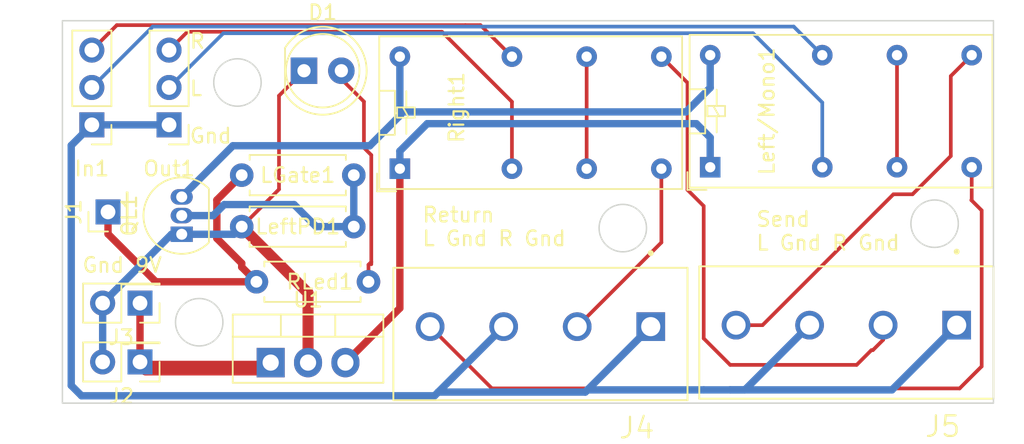
<source format=kicad_pcb>
(kicad_pcb (version 20221018) (generator pcbnew)
  (layers (0 "F.Cu" signal) (31 "B.Cu" signal) (34 "B.Paste" user) (35 "F.Paste" user) (36 "B.SilkS" user "B.Silkscreen") (37 "F.SilkS" user "F.Silkscreen") (38 "B.Mask" user) (39 "F.Mask" user) (44 "Edge.Cuts" user))
  (net 0 "")
  (net 1 "/Control")
  (net 2 "/9V")
  (net 3 "/Ctrl_GND")
  (net 4 "Net-(D1-A)")
  (net 5 "/R_in")
  (net 6 "/L_in")
  (net 7 "/Signal_Gnd")
  (net 8 "/R_out")
  (net 9 "/R_Return")
  (net 10 "/R_send")
  (net 11 "/5V")
  (net 12 "/L_out")
  (net 13 "/L_Return")
  (net 14 "/L_Send")
  (net 15 "Net-(Left/Mono1-Pad11)")
  (net 16 "Net-(Right1-Pad11)")
  (net 17 "Net-(QL1-D)")
  (net 18 "Net-(QL1-G)")
  (footprint "Resistor_THT:R_Axial_DIN0207_L6.3mm_D2.5mm_P7.62mm_Horizontal" (layer "F.Cu") (at 142.81 91 180)
    (fp_text reference "LeftPD1" (at 3.81 0 180) (layer "F.SilkS"))
    (fp_text value "R")
    (fp_line (start 0.54 -1.37) (end 7.08 -1.37) (stroke (width 0.12)) (layer "F.SilkS"))
    (fp_line (start 0.54 -1.04) (end 0.54 -1.37) (stroke (width 0.12)) (layer "F.SilkS"))
    (fp_line (start 0.54 1.04) (end 0.54 1.37) (stroke (width 0.12)) (layer "F.SilkS"))
    (fp_line (start 0.54 1.37) (end 7.08 1.37) (stroke (width 0.12)) (layer "F.SilkS"))
    (fp_line (start 7.08 -1.37) (end 7.08 -1.04) (stroke (width 0.12)) (layer "F.SilkS"))
    (fp_line (start 7.08 1.37) (end 7.08 1.04) (stroke (width 0.12)) (layer "F.SilkS"))
    (pad "1" thru_hole circle (at 0 0 180) (size 1.6 1.6) (drill 0.8) (layers "*.Cu" "*.Mask") (net 18 "Net-(QL1-G)"))
    (pad "2" thru_hole oval (at 7.62 0 180) (size 1.6 1.6) (drill 0.8) (layers "*.Cu" "*.Mask") (net 3 "/Ctrl_GND"))
  )
  (footprint "Package_TO_SOT_THT:TO-92_Inline" (layer "F.Cu") (at 131.11 91.52 90)
    (fp_text reference "QL1" (at 1.27 -3.56 90) (layer "F.SilkS"))
    (fp_text value "2N7000")
    (fp_line (start -0.53 1.85) (end 3.07 1.85) (stroke (width 0.12)) (layer "F.SilkS"))
    (fp_arc (start -0.568478 1.838478) (mid -1.132087 -0.994977) (end 1.27 -2.6) (stroke (width 0.12)) (layer "F.SilkS"))
    (fp_arc (start 1.27 -2.6) (mid 3.672087 -0.994977) (end 3.108478 1.838478) (stroke (width 0.12)) (layer "F.SilkS"))
    (pad "1" thru_hole rect (at 0 0 90) (size 1.05 1.5) (drill 0.75) (layers "*.Cu" "*.Mask") (net 3 "/Ctrl_GND"))
    (pad "2" thru_hole oval (at 1.27 0 90) (size 1.05 1.5) (drill 0.75) (layers "*.Cu" "*.Mask") (net 18 "Net-(QL1-G)"))
    (pad "3" thru_hole oval (at 2.54 0 90) (size 1.05 1.5) (drill 0.75) (layers "*.Cu" "*.Mask") (net 17 "Net-(QL1-D)"))
  )
  (footprint "TB001_500_04BE:CUI_TB001-500-04BE" (layer "F.Cu") (at 183.8 97.7 180)
    (fp_text reference "J5" (at 0.945 -6.889) (layer "F.SilkS") (effects (font (size 1.4 1.4))))
    (fp_text value "Screw_Terminal_01x04")
    (fp_line (start -2.5 -5) (end 17.5 -5) (stroke (width 0.127)) (layer "F.SilkS"))
    (fp_line (start -2.5 4) (end -2.5 -5) (stroke (width 0.127)) (layer "F.SilkS"))
    (fp_line (start 17.5 -5) (end 17.5 4) (stroke (width 0.127)) (layer "F.SilkS"))
    (fp_line (start 17.5 4) (end -2.5 4) (stroke (width 0.127)) (layer "F.SilkS"))
    (fp_circle (center 0 5) (end 0.1 5) (stroke (width 0.2)) (fill none) (layer "F.SilkS"))
    (pad "1" thru_hole rect (at 0 0 180) (size 1.95 1.95) (drill 1.3) (layers "*.Cu" "*.Mask") (net 7 "/Signal_Gnd"))
    (pad "2" thru_hole circle (at 5 0 180) (size 1.95 1.95) (drill 1.3) (layers "*.Cu" "*.Mask") (net 10 "/R_send"))
    (pad "3" thru_hole circle (at 10 0 180) (size 1.95 1.95) (drill 1.3) (layers "*.Cu" "*.Mask") (net 7 "/Signal_Gnd"))
    (pad "4" thru_hole circle (at 15 0 180) (size 1.95 1.95) (drill 1.3) (layers "*.Cu" "*.Mask") (net 14 "/L_Send"))
  )
  (footprint "LED_THT:LED_D5.0mm" (layer "F.Cu") (at 139.425 80.4)
    (fp_text reference "D1" (at 1.27 -3.96) (layer "F.SilkS"))
    (fp_text value "LED")
    (fp_line (start -1.29 -1.545) (end -1.29 1.545) (stroke (width 0.12)) (layer "F.SilkS"))
    (fp_arc (start -1.29 -1.54483) (mid 2.072002 -2.880433) (end 4.26 0.000462) (stroke (width 0.12)) (layer "F.SilkS"))
    (fp_arc (start 4.26 -0.000462) (mid 2.072002 2.880433) (end -1.29 1.54483) (stroke (width 0.12)) (layer "F.SilkS"))
    (fp_circle (center 1.27 0) (end 3.77 0) (stroke (width 0.12)) (fill none) (layer "F.SilkS"))
    (pad "1" thru_hole rect (at 0 0) (size 1.8 1.8) (drill 0.9) (layers "*.Cu" "*.Mask") (net 3 "/Ctrl_GND"))
    (pad "2" thru_hole circle (at 2.54 0) (size 1.8 1.8) (drill 0.9) (layers "*.Cu" "*.Mask") (net 4 "Net-(D1-A)"))
  )
  (footprint "Connector_PinHeader_2.54mm:PinHeader_2x01_P2.54mm_Vertical" (layer "F.Cu") (at 128.275 96.2 180)
    (fp_text reference "J3" (at 1.27 -2.33) (layer "F.SilkS"))
    (fp_text value "Conn_01x02_Pin")
    (fp_line (start -1.33 -1.33) (end 0 -1.33) (stroke (width 0.12)) (layer "F.SilkS"))
    (fp_line (start -1.33 0) (end -1.33 -1.33) (stroke (width 0.12)) (layer "F.SilkS"))
    (fp_line (start -1.33 1.27) (end -1.33 1.33) (stroke (width 0.12)) (layer "F.SilkS"))
    (fp_line (start -1.33 1.27) (end 1.27 1.27) (stroke (width 0.12)) (layer "F.SilkS"))
    (fp_line (start -1.33 1.33) (end 3.87 1.33) (stroke (width 0.12)) (layer "F.SilkS"))
    (fp_line (start 1.27 -1.33) (end 3.87 -1.33) (stroke (width 0.12)) (layer "F.SilkS"))
    (fp_line (start 1.27 1.27) (end 1.27 -1.33) (stroke (width 0.12)) (layer "F.SilkS"))
    (fp_line (start 3.87 -1.33) (end 3.87 1.33) (stroke (width 0.12)) (layer "F.SilkS"))
    (pad "1" thru_hole rect (at 0 0 180) (size 1.7 1.7) (drill 1) (layers "*.Cu" "*.Mask") (net 2 "/9V"))
    (pad "2" thru_hole oval (at 2.54 0 180) (size 1.7 1.7) (drill 1) (layers "*.Cu" "*.Mask") (net 3 "/Ctrl_GND"))
  )
  (footprint "Relay_THT:Relay_DPDT_Omron_G5V-2" (layer "F.Cu") (at 145.9425 87.0625 90)
    (fp_text reference "Right1" (at 4.1625 3.8575 90) (layer "F.SilkS"))
    (fp_text value "G5V-2")
    (fp_line (start -1.54 -1.55) (end -0.33 -1.55) (stroke (width 0.12)) (layer "F.SilkS"))
    (fp_line (start -1.54 -0.25) (end -1.54 -1.55) (stroke (width 0.12)) (layer "F.SilkS"))
    (fp_line (start -1.38 -1.4) (end -1.38 19.19) (stroke (width 0.12)) (layer "F.SilkS"))
    (fp_line (start -1.38 19.19) (end 9 19.19) (stroke (width 0.12)) (layer "F.SilkS"))
    (fp_line (start 2.3 -1.4) (end 2.3 -0.36) (stroke (width 0.12)) (layer "F.SilkS"))
    (fp_line (start 2.3 -0.34) (end 5.3 -0.34) (stroke (width 0.12)) (layer "F.SilkS"))
    (fp_line (start 3.47 -0.19) (end 3.47 1.01) (stroke (width 0.12)) (layer "F.SilkS"))
    (fp_line (start 3.47 0.44) (end 2.37 0.44) (stroke (width 0.12)) (layer "F.SilkS"))
    (fp_line (start 3.47 0.61) (end 4.17 0.21) (stroke (width 0.12)) (layer "F.SilkS"))
    (fp_line (start 3.47 1.01) (end 4.17 1.01) (stroke (width 0.12)) (layer "F.SilkS"))
    (fp_line (start 4.17 -0.19) (end 3.47 -0.19) (stroke (width 0.12)) (layer "F.SilkS"))
    (fp_line (start 4.17 0.44) (end 5.27 0.44) (stroke (width 0.12)) (layer "F.SilkS"))
    (fp_line (start 4.17 1.01) (end 4.17 -0.19) (stroke (width 0.12)) (layer "F.SilkS"))
    (fp_line (start 5.3 -0.34) (end 5.3 -1.4) (stroke (width 0.12)) (layer "F.SilkS"))
    (fp_line (start 9 -1.4) (end -1.38 -1.4) (stroke (width 0.12)) (layer "F.SilkS"))
    (fp_line (start 9 19.19) (end 9 -1.4) (stroke (width 0.12)) (layer "F.SilkS"))
    (pad "1" thru_hole rect (at 0 0 90) (size 1.4 1.4) (drill 0.7) (layers "*.Cu" "*.Mask") (net 11 "/5V"))
    (pad "4" thru_hole circle (at 0 7.62 90) (size 1.4 1.4) (drill 0.7) (layers "*.Cu" "*.Mask") (net 8 "/R_out"))
    (pad "6" thru_hole circle (at 0 12.7 90) (size 1.4 1.4) (drill 0.7) (layers "*.Cu" "*.Mask") (net 16 "Net-(Right1-Pad11)"))
    (pad "8" thru_hole circle (at 0 17.78 90) (size 1.4 1.4) (drill 0.7) (layers "*.Cu" "*.Mask") (net 9 "/R_Return"))
    (pad "9" thru_hole circle (at 7.62 17.78 90) (size 1.4 1.4) (drill 0.7) (layers "*.Cu" "*.Mask") (net 10 "/R_send"))
    (pad "11" thru_hole circle (at 7.62 12.7 90) (size 1.4 1.4) (drill 0.7) (layers "*.Cu" "*.Mask") (net 16 "Net-(Right1-Pad11)"))
    (pad "13" thru_hole circle (at 7.62 7.62 90) (size 1.4 1.4) (drill 0.7) (layers "*.Cu" "*.Mask") (net 5 "/R_in"))
    (pad "16" thru_hole circle (at 7.62 0 90) (size 1.4 1.4) (drill 0.7) (layers "*.Cu" "*.Mask") (net 17 "Net-(QL1-D)"))
  )
  (footprint "Resistor_THT:R_Axial_DIN0207_L6.3mm_D2.5mm_P7.62mm_Horizontal" (layer "F.Cu") (at 136.19 94.75)
    (fp_text reference "RLed1" (at 4.31 0) (layer "F.SilkS"))
    (fp_text value "100")
    (fp_line (start 0.54 -1.37) (end 7.08 -1.37) (stroke (width 0.12)) (layer "F.SilkS"))
    (fp_line (start 0.54 -1.04) (end 0.54 -1.37) (stroke (width 0.12)) (layer "F.SilkS"))
    (fp_line (start 0.54 1.04) (end 0.54 1.37) (stroke (width 0.12)) (layer "F.SilkS"))
    (fp_line (start 0.54 1.37) (end 7.08 1.37) (stroke (width 0.12)) (layer "F.SilkS"))
    (fp_line (start 7.08 -1.37) (end 7.08 -1.04) (stroke (width 0.12)) (layer "F.SilkS"))
    (fp_line (start 7.08 1.37) (end 7.08 1.04) (stroke (width 0.12)) (layer "F.SilkS"))
    (pad "1" thru_hole circle (at 0 0) (size 1.6 1.6) (drill 0.8) (layers "*.Cu" "*.Mask") (net 1 "/Control"))
    (pad "2" thru_hole oval (at 7.62 0) (size 1.6 1.6) (drill 0.8) (layers "*.Cu" "*.Mask") (net 4 "Net-(D1-A)"))
  )
  (footprint "Relay_THT:Relay_DPDT_Omron_G5V-2" (layer "F.Cu") (at 167.0425 86.9625 90)
    (fp_text reference "Left/Mono1" (at 3.81 3.8575 90) (layer "F.SilkS"))
    (fp_text value "G5V-2")
    (fp_line (start -1.54 -1.55) (end -0.33 -1.55) (stroke (width 0.12)) (layer "F.SilkS"))
    (fp_line (start -1.54 -0.25) (end -1.54 -1.55) (stroke (width 0.12)) (layer "F.SilkS"))
    (fp_line (start -1.38 -1.4) (end -1.38 19.19) (stroke (width 0.12)) (layer "F.SilkS"))
    (fp_line (start -1.38 19.19) (end 9 19.19) (stroke (width 0.12)) (layer "F.SilkS"))
    (fp_line (start 2.3 -1.4) (end 2.3 -0.36) (stroke (width 0.12)) (layer "F.SilkS"))
    (fp_line (start 2.3 -0.34) (end 5.3 -0.34) (stroke (width 0.12)) (layer "F.SilkS"))
    (fp_line (start 3.47 -0.19) (end 3.47 1.01) (stroke (width 0.12)) (layer "F.SilkS"))
    (fp_line (start 3.47 0.44) (end 2.37 0.44) (stroke (width 0.12)) (layer "F.SilkS"))
    (fp_line (start 3.47 0.61) (end 4.17 0.21) (stroke (width 0.12)) (layer "F.SilkS"))
    (fp_line (start 3.47 1.01) (end 4.17 1.01) (stroke (width 0.12)) (layer "F.SilkS"))
    (fp_line (start 4.17 -0.19) (end 3.47 -0.19) (stroke (width 0.12)) (layer "F.SilkS"))
    (fp_line (start 4.17 0.44) (end 5.27 0.44) (stroke (width 0.12)) (layer "F.SilkS"))
    (fp_line (start 4.17 1.01) (end 4.17 -0.19) (stroke (width 0.12)) (layer "F.SilkS"))
    (fp_line (start 5.3 -0.34) (end 5.3 -1.4) (stroke (width 0.12)) (layer "F.SilkS"))
    (fp_line (start 9 -1.4) (end -1.38 -1.4) (stroke (width 0.12)) (layer "F.SilkS"))
    (fp_line (start 9 19.19) (end 9 -1.4) (stroke (width 0.12)) (layer "F.SilkS"))
    (pad "1" thru_hole rect (at 0 0 90) (size 1.4 1.4) (drill 0.7) (layers "*.Cu" "*.Mask") (net 11 "/5V"))
    (pad "4" thru_hole circle (at 0 7.62 90) (size 1.4 1.4) (drill 0.7) (layers "*.Cu" "*.Mask") (net 12 "/L_out"))
    (pad "6" thru_hole circle (at 0 12.7 90) (size 1.4 1.4) (drill 0.7) (layers "*.Cu" "*.Mask") (net 15 "Net-(Left/Mono1-Pad11)"))
    (pad "8" thru_hole circle (at 0 17.78 90) (size 1.4 1.4) (drill 0.7) (layers "*.Cu" "*.Mask") (net 13 "/L_Return"))
    (pad "9" thru_hole circle (at 7.62 17.78 90) (size 1.4 1.4) (drill 0.7) (layers "*.Cu" "*.Mask") (net 14 "/L_Send"))
    (pad "11" thru_hole circle (at 7.62 12.7 90) (size 1.4 1.4) (drill 0.7) (layers "*.Cu" "*.Mask") (net 15 "Net-(Left/Mono1-Pad11)"))
    (pad "13" thru_hole circle (at 7.62 7.62 90) (size 1.4 1.4) (drill 0.7) (layers "*.Cu" "*.Mask") (net 6 "/L_in"))
    (pad "16" thru_hole circle (at 7.62 0 90) (size 1.4 1.4) (drill 0.7) (layers "*.Cu" "*.Mask") (net 17 "Net-(QL1-D)"))
  )
  (footprint "Package_TO_SOT_THT:TO-220-3_Vertical" (layer "F.Cu") (at 137.16 100.245)
    (fp_text reference "U1" (at 2.54 -4.27) (layer "F.SilkS"))
    (fp_text value "L7805")
    (fp_line (start -2.58 -3.27) (end -2.58 1.371) (stroke (width 0.12)) (layer "F.SilkS"))
    (fp_line (start -2.58 -3.27) (end 7.66 -3.27) (stroke (width 0.12)) (layer "F.SilkS"))
    (fp_line (start -2.58 -1.76) (end 7.66 -1.76) (stroke (width 0.12)) (layer "F.SilkS"))
    (fp_line (start -2.58 1.371) (end 7.66 1.371) (stroke (width 0.12)) (layer "F.SilkS"))
    (fp_line (start 0.69 -3.27) (end 0.69 -1.76) (stroke (width 0.12)) (layer "F.SilkS"))
    (fp_line (start 4.391 -3.27) (end 4.391 -1.76) (stroke (width 0.12)) (layer "F.SilkS"))
    (fp_line (start 7.66 -3.27) (end 7.66 1.371) (stroke (width 0.12)) (layer "F.SilkS"))
    (pad "1" thru_hole rect (at 0 0) (size 1.905 2) (drill 1.1) (layers "*.Cu" "*.Mask") (net 2 "/9V"))
    (pad "2" thru_hole oval (at 2.54 0) (size 1.905 2) (drill 1.1) (layers "*.Cu" "*.Mask") (net 3 "/Ctrl_GND"))
    (pad "3" thru_hole oval (at 5.08 0) (size 1.905 2) (drill 1.1) (layers "*.Cu" "*.Mask") (net 11 "/5V"))
  )
  (footprint "Connector_PinHeader_2.54mm:PinHeader_1x03_P2.54mm_Vertical" (layer "F.Cu") (at 125 84.08 180)
    (fp_text reference "In1" (at 0 -2.975) (layer "F.SilkS"))
    (fp_text value "Conn_01x03_Pin")
    (fp_line (start -1.33 -1.33) (end 0 -1.33) (stroke (width 0.12)) (layer "F.SilkS"))
    (fp_line (start -1.33 0) (end -1.33 -1.33) (stroke (width 0.12)) (layer "F.SilkS"))
    (fp_line (start -1.33 1.27) (end -1.33 6.41) (stroke (width 0.12)) (layer "F.SilkS"))
    (fp_line (start -1.33 1.27) (end 1.33 1.27) (stroke (width 0.12)) (layer "F.SilkS"))
    (fp_line (start -1.33 6.41) (end 1.33 6.41) (stroke (width 0.12)) (layer "F.SilkS"))
    (fp_line (start 1.33 1.27) (end 1.33 6.41) (stroke (width 0.12)) (layer "F.SilkS"))
    (pad "1" thru_hole rect (at 0 0 180) (size 1.7 1.7) (drill 1) (layers "*.Cu" "*.Mask") (net 7 "/Signal_Gnd"))
    (pad "2" thru_hole oval (at 0 2.54 180) (size 1.7 1.7) (drill 1) (layers "*.Cu" "*.Mask") (net 6 "/L_in"))
    (pad "3" thru_hole oval (at 0 5.08 180) (size 1.7 1.7) (drill 1) (layers "*.Cu" "*.Mask") (net 5 "/R_in"))
  )
  (footprint "Connector_PinHeader_2.54mm:PinHeader_1x01_P2.54mm_Vertical" (layer "F.Cu") (at 126.1 90 90)
    (fp_text reference "J1" (at 0 -2.33 90) (layer "F.SilkS"))
    (fp_text value "Conn_01x01_Pin")
    (fp_line (start -1.33 -1.33) (end 0 -1.33) (stroke (width 0.12)) (layer "F.SilkS"))
    (fp_line (start -1.33 0) (end -1.33 -1.33) (stroke (width 0.12)) (layer "F.SilkS"))
    (fp_line (start -1.33 1.27) (end -1.33 1.33) (stroke (width 0.12)) (layer "F.SilkS"))
    (fp_line (start -1.33 1.27) (end 1.33 1.27) (stroke (width 0.12)) (layer "F.SilkS"))
    (fp_line (start -1.33 1.33) (end 1.33 1.33) (stroke (width 0.12)) (layer "F.SilkS"))
    (fp_line (start 1.33 1.27) (end 1.33 1.33) (stroke (width 0.12)) (layer "F.SilkS"))
    (pad "1" thru_hole rect (at 0 0 90) (size 1.7 1.7) (drill 1) (layers "*.Cu" "*.Mask") (net 1 "/Control"))
  )
  (footprint "TB001_500_04BE:CUI_TB001-500-04BE" (layer "F.Cu") (at 163 97.8 180)
    (fp_text reference "J4" (at 0.945 -6.889) (layer "F.SilkS") (effects (font (size 1.4 1.4))))
    (fp_text value "Screw_Terminal_01x04")
    (fp_line (start -2.5 -5) (end 17.5 -5) (stroke (width 0.127)) (layer "F.SilkS"))
    (fp_line (start -2.5 4) (end -2.5 -5) (stroke (width 0.127)) (layer "F.SilkS"))
    (fp_line (start 17.5 -5) (end 17.5 4) (stroke (width 0.127)) (layer "F.SilkS"))
    (fp_line (start 17.5 4) (end -2.5 4) (stroke (width 0.127)) (layer "F.SilkS"))
    (fp_circle (center 0 5) (end 0.1 5) (stroke (width 0.2)) (fill none) (layer "F.SilkS"))
    (pad "1" thru_hole rect (at 0 0 180) (size 1.95 1.95) (drill 1.3) (layers "*.Cu" "*.Mask") (net 7 "/Signal_Gnd"))
    (pad "2" thru_hole circle (at 5 0 180) (size 1.95 1.95) (drill 1.3) (layers "*.Cu" "*.Mask") (net 9 "/R_Return"))
    (pad "3" thru_hole circle (at 10 0 180) (size 1.95 1.95) (drill 1.3) (layers "*.Cu" "*.Mask") (net 7 "/Signal_Gnd"))
    (pad "4" thru_hole circle (at 15 0 180) (size 1.95 1.95) (drill 1.3) (layers "*.Cu" "*.Mask") (net 13 "/L_Return"))
  )
  (footprint "Resistor_THT:R_Axial_DIN0207_L6.3mm_D2.5mm_P7.62mm_Horizontal" (layer "F.Cu") (at 135.19 87.5)
    (fp_text reference "LGate1" (at 3.81 0) (layer "F.SilkS"))
    (fp_text value "R")
    (fp_line (start 0.54 -1.37) (end 7.08 -1.37) (stroke (width 0.12)) (layer "F.SilkS"))
    (fp_line (start 0.54 -1.04) (end 0.54 -1.37) (stroke (width 0.12)) (layer "F.SilkS"))
    (fp_line (start 0.54 1.04) (end 0.54 1.37) (stroke (width 0.12)) (layer "F.SilkS"))
    (fp_line (start 0.54 1.37) (end 7.08 1.37) (stroke (width 0.12)) (layer "F.SilkS"))
    (fp_line (start 7.08 -1.37) (end 7.08 -1.04) (stroke (width 0.12)) (layer "F.SilkS"))
    (fp_line (start 7.08 1.37) (end 7.08 1.04) (stroke (width 0.12)) (layer "F.SilkS"))
    (pad "1" thru_hole circle (at 0 0) (size 1.6 1.6) (drill 0.8) (layers "*.Cu" "*.Mask") (net 1 "/Control"))
    (pad "2" thru_hole oval (at 7.62 0) (size 1.6 1.6) (drill 0.8) (layers "*.Cu" "*.Mask") (net 18 "Net-(QL1-G)"))
  )
  (footprint "Connector_PinHeader_2.54mm:PinHeader_2x01_P2.54mm_Vertical" (layer "F.Cu") (at 128.275 100.2 180)
    (fp_text reference "J2" (at 1.27 -2.33) (layer "F.SilkS"))
    (fp_text value "Conn_01x02_Pin")
    (fp_line (start -1.33 -1.33) (end 0 -1.33) (stroke (width 0.12)) (layer "F.SilkS"))
    (fp_line (start -1.33 0) (end -1.33 -1.33) (stroke (width 0.12)) (layer "F.SilkS"))
    (fp_line (start -1.33 1.27) (end -1.33 1.33) (stroke (width 0.12)) (layer "F.SilkS"))
    (fp_line (start -1.33 1.27) (end 1.27 1.27) (stroke (width 0.12)) (layer "F.SilkS"))
    (fp_line (start -1.33 1.33) (end 3.87 1.33) (stroke (width 0.12)) (layer "F.SilkS"))
    (fp_line (start 1.27 -1.33) (end 3.87 -1.33) (stroke (width 0.12)) (layer "F.SilkS"))
    (fp_line (start 1.27 1.27) (end 1.27 -1.33) (stroke (width 0.12)) (layer "F.SilkS"))
    (fp_line (start 3.87 -1.33) (end 3.87 1.33) (stroke (width 0.12)) (layer "F.SilkS"))
    (pad "1" thru_hole rect (at 0 0 180) (size 1.7 1.7) (drill 1) (layers "*.Cu" "*.Mask") (net 2 "/9V"))
    (pad "2" thru_hole oval (at 2.54 0 180) (size 1.7 1.7) (drill 1) (layers "*.Cu" "*.Mask") (net 3 "/Ctrl_GND"))
  )
  (footprint "Connector_PinHeader_2.54mm:PinHeader_1x03_P2.54mm_Vertical" (layer "F.Cu") (at 130.25 84.08 180)
    (fp_text reference "Out1" (at 0 -2.975) (layer "F.SilkS"))
    (fp_text value "Conn_01x03_Pin")
    (fp_line (start -1.33 -1.33) (end 0 -1.33) (stroke (width 0.12)) (layer "F.SilkS"))
    (fp_line (start -1.33 0) (end -1.33 -1.33) (stroke (width 0.12)) (layer "F.SilkS"))
    (fp_line (start -1.33 1.27) (end -1.33 6.41) (stroke (width 0.12)) (layer "F.SilkS"))
    (fp_line (start -1.33 1.27) (end 1.33 1.27) (stroke (width 0.12)) (layer "F.SilkS"))
    (fp_line (start -1.33 6.41) (end 1.33 6.41) (stroke (width 0.12)) (layer "F.SilkS"))
    (fp_line (start 1.33 1.27) (end 1.33 6.41) (stroke (width 0.12)) (layer "F.SilkS"))
    (pad "1" thru_hole rect (at 0 0 180) (size 1.7 1.7) (drill 1) (layers "*.Cu" "*.Mask") (net 7 "/Signal_Gnd"))
    (pad "2" thru_hole oval (at 0 2.54 180) (size 1.7 1.7) (drill 1) (layers "*.Cu" "*.Mask") (net 12 "/L_out"))
    (pad "3" thru_hole oval (at 0 5.08 180) (size 1.7 1.7) (drill 1) (layers "*.Cu" "*.Mask") (net 8 "/R_out"))
  )
  (gr_circle (center 132.3 97.5) (end 132.1 95.9) (stroke (width 0.1)) (fill none) (layer "Edge.Cuts"))
  (gr_rect (start 123 77) (end 186.3 103) (stroke (width 0.1)) (fill none) (layer "Edge.Cuts"))
  (gr_circle (center 182.3 90.8) (end 182.1 89.2) (stroke (width 0.1)) (fill none) (layer "Edge.Cuts"))
  (gr_circle (center 161.1 91.1) (end 160.9 89.5) (stroke (width 0.1)) (fill none) (layer "Edge.Cuts"))
  (gr_circle (center 134.9 81.2) (end 134.7 79.6) (stroke (width 0.1)) (fill none) (layer "Edge.Cuts"))
  (gr_text "Return\nL Gnd R Gnd\n\n" (at 147.4 94) (layer "F.SilkS") (effects (font (size 1 1)) (justify left bottom)))
  (gr_text "Send\nL Gnd R Gnd\n\n" (at 170.1 94.3) (layer "F.SilkS") (effects (font (size 1 1)) (justify left bottom)))
  (gr_text "R\n\nL\n\nGnd\n" (at 131.58 85.41) (layer "F.SilkS") (effects (font (size 1 1)) (justify left bottom)))
  (gr_text "Gnd 9V\n" (at 124.275 94.2) (layer "F.SilkS") (effects (font (size 1 1)) (justify left bottom)))
  (segment (start 135.19 93.49) (end 133.5 91.8) (width 0.5) (layer "F.Cu") (net 1))
  (segment (start 133.5 89.19) (end 133.5 91.8) (width 0.5) (layer "F.Cu") (net 1))
  (segment (start 135.19 93.75) (end 136.19 94.75) (width 0.5) (layer "F.Cu") (net 1))
  (segment (start 126.1 90) (end 126.1 91.5) (width 0.5) (layer "F.Cu") (net 1))
  (segment (start 126.1 91.5) (end 129.35 94.75) (width 0.5) (layer "F.Cu") (net 1))
  (segment (start 129.35 94.75) (end 136.19 94.75) (width 0.5) (layer "F.Cu") (net 1))
  (segment (start 135.19 87.5) (end 133.5 89.19) (width 0.5) (layer "F.Cu") (net 1))
  (segment (start 135.19 93.49) (end 135.19 93.75) (width 0.5) (layer "F.Cu") (net 1))
  (segment (start 128.275 100.2) (end 128.275 96.2) (width 0.5) (layer "F.Cu") (net 2))
  (segment (start 137.16 100.245) (end 136.785721 100.619279) (width 1) (layer "F.Cu") (net 2))
  (segment (start 128.694279 100.619279) (end 128.275 100.2) (width 1) (layer "F.Cu") (net 2))
  (segment (start 136.785721 100.619279) (end 128.694279 100.619279) (width 1) (layer "F.Cu") (net 2))
  (segment (start 137.725 88.465) (end 137.725 82.1) (width 0.25) (layer "F.Cu") (net 3))
  (segment (start 139.7 100.245) (end 139.7 95.51) (width 0.75) (layer "F.Cu") (net 3))
  (segment (start 137.725 82.1) (end 139.425 80.4) (width 0.25) (layer "F.Cu") (net 3))
  (segment (start 139.7 95.51) (end 135.19 91) (width 0.75) (layer "F.Cu") (net 3))
  (segment (start 135.19 91) (end 137.725 88.465) (width 0.25) (layer "F.Cu") (net 3))
  (segment (start 130.415 91.52) (end 125.735 96.2) (width 0.5) (layer "B.Cu") (net 3))
  (segment (start 131.11 91.52) (end 134.67 91.52) (width 0.5) (layer "B.Cu") (net 3))
  (segment (start 134.67 91.52) (end 135.19 91) (width 0.5) (layer "B.Cu") (net 3))
  (segment (start 131.11 91.52) (end 130.415 91.52) (width 0.5) (layer "B.Cu") (net 3))
  (segment (start 125.735 96.2) (end 125.735 100.2) (width 0.5) (layer "B.Cu") (net 3))
  (segment (start 144 93.4) (end 143.81 93.59) (width 0.25) (layer "F.Cu") (net 4))
  (segment (start 144 93.4) (end 144 93.56) (width 0.25) (layer "F.Cu") (net 4))
  (segment (start 143.5 85.636396) (end 143.5 82.5) (width 0.25) (layer "F.Cu") (net 4))
  (segment (start 141.965 80.965) (end 141.965 80.4) (width 0.25) (layer "F.Cu") (net 4))
  (segment (start 143.81 93.59) (end 143.81 94.75) (width 0.25) (layer "F.Cu") (net 4))
  (segment (start 144 86.136396) (end 143.5 85.636396) (width 0.25) (layer "F.Cu") (net 4))
  (segment (start 143.5 82.5) (end 141.965 80.965) (width 0.25) (layer "F.Cu") (net 4))
  (segment (start 144 93.4) (end 144 86.136396) (width 0.25) (layer "F.Cu") (net 4))
  (segment (start 153.5625 79.4425) (end 151.42 77.3) (width 0.25) (layer "F.Cu") (net 5))
  (segment (start 125 79) (end 126.7 77.3) (width 0.25) (layer "F.Cu") (net 5))
  (segment (start 151.42 77.3) (end 150.4 77.3) (width 0.25) (layer "F.Cu") (net 5))
  (segment (start 126.7 77.3) (end 150.4 77.3) (width 0.25) (layer "F.Cu") (net 5))
  (segment (start 172.72 77.4) (end 174.6625 79.3425) (width 0.25) (layer "B.Cu") (net 6))
  (segment (start 129.14 77.4) (end 172.72 77.4) (width 0.25) (layer "B.Cu") (net 6))
  (segment (start 125 81.54) (end 129.14 77.4) (width 0.25) (layer "B.Cu") (net 6))
  (segment (start 158.7 102.1) (end 166.6 102.1) (width 0.5) (layer "B.Cu") (net 7))
  (segment (start 123.6 85.48) (end 125 84.08) (width 0.5) (layer "B.Cu") (net 7))
  (segment (start 158.65 102.15) (end 163 97.8) (width 0.5) (layer "B.Cu") (net 7))
  (segment (start 166.6 102.1) (end 168.4 102.1) (width 0.5) (layer "B.Cu") (net 7))
  (segment (start 124.3 102.5) (end 148.3 102.5) (width 0.5) (layer "B.Cu") (net 7))
  (segment (start 123.6 101.8) (end 124.3 102.5) (width 0.5) (layer "B.Cu") (net 7))
  (segment (start 123.6 85.48) (end 123.6 101.8) (width 0.5) (layer "B.Cu") (net 7))
  (segment (start 169.4 102.1) (end 173.8 97.7) (width 0.5) (layer "B.Cu") (net 7))
  (segment (start 158.65 102.15) (end 158.7 102.1) (width 0.5) (layer "B.Cu") (net 7))
  (segment (start 179.4 102.1) (end 183.8 97.7) (width 0.5) (layer "B.Cu") (net 7))
  (segment (start 168.4 102.1) (end 169.4 102.1) (width 0.5) (layer "B.Cu") (net 7))
  (segment (start 158.55 102.25) (end 158.65 102.15) (width 0.5) (layer "B.Cu") (net 7))
  (segment (start 168.4 102.1) (end 179.4 102.1) (width 0.5) (layer "B.Cu") (net 7))
  (segment (start 148.55 102.25) (end 158.55 102.25) (width 0.5) (layer "B.Cu") (net 7))
  (segment (start 148.55 102.25) (end 153 97.8) (width 0.5) (layer "B.Cu") (net 7))
  (segment (start 125 84.08) (end 130.25 84.08) (width 0.5) (layer "B.Cu") (net 7))
  (segment (start 148.3 102.5) (end 148.55 102.25) (width 0.5) (layer "B.Cu") (net 7))
  (segment (start 153.5625 82.5125) (end 153.5625 87.0625) (width 0.25) (layer "F.Cu") (net 8))
  (segment (start 131.5 77.75) (end 148.8 77.75) (width 0.25) (layer "F.Cu") (net 8))
  (segment (start 148.8 77.75) (end 153.5625 82.5125) (width 0.25) (layer "F.Cu") (net 8))
  (segment (start 130.25 79) (end 131.5 77.75) (width 0.25) (layer "F.Cu") (net 8))
  (segment (start 158 97.8) (end 163.7225 92.0775) (width 0.25) (layer "F.Cu") (net 9))
  (segment (start 163.7225 92.0775) (end 163.7225 87.0625) (width 0.25) (layer "F.Cu") (net 9))
  (segment (start 177 100.4) (end 178 99.4) (width 0.25) (layer "F.Cu") (net 10))
  (segment (start 165.5 88.5) (end 166.6 89.6) (width 0.25) (layer "F.Cu") (net 10))
  (segment (start 166.6 89.6) (end 166.6 98.6) (width 0.25) (layer "F.Cu") (net 10))
  (segment (start 166.6 98.6) (end 168.4 100.4) (width 0.25) (layer "F.Cu") (net 10))
  (segment (start 178.8 98.7) (end 178.8 97.7) (width 0.25) (layer "F.Cu") (net 10))
  (segment (start 163.7225 79.4425) (end 165.5 81.22) (width 0.25) (layer "F.Cu") (net 10))
  (segment (start 178 99.4) (end 178.1 99.4) (width 0.25) (layer "F.Cu") (net 10))
  (segment (start 178.1 99.4) (end 178.8 98.7) (width 0.25) (layer "F.Cu") (net 10))
  (segment (start 165.5 81.22) (end 165.5 88.5) (width 0.25) (layer "F.Cu") (net 10))
  (segment (start 168.4 100.4) (end 177 100.4) (width 0.25) (layer "F.Cu") (net 10))
  (segment (start 145.9425 96.5425) (end 145.9425 87.0625) (width 0.5) (layer "F.Cu") (net 11))
  (segment (start 142.24 100.245) (end 145.9425 96.5425) (width 0.5) (layer "F.Cu") (net 11))
  (segment (start 166.1 84) (end 147.805 84) (width 0.5) (layer "B.Cu") (net 11))
  (segment (start 167.0425 84.9425) (end 167.0425 86.9625) (width 0.5) (layer "B.Cu") (net 11))
  (segment (start 166.1 84) (end 167.0425 84.9425) (width 0.5) (layer "B.Cu") (net 11))
  (segment (start 147.805 84) (end 145.9425 85.8625) (width 0.5) (layer "B.Cu") (net 11))
  (segment (start 145.9425 85.8625) (end 145.9425 87.0625) (width 0.5) (layer "B.Cu") (net 11))
  (segment (start 169.95 77.85) (end 174.6625 82.5625) (width 0.25) (layer "B.Cu") (net 12))
  (segment (start 174.6625 82.5625) (end 174.6625 86.9625) (width 0.25) (layer "B.Cu") (net 12))
  (segment (start 130.25 81.54) (end 133.94 77.85) (width 0.25) (layer "B.Cu") (net 12))
  (segment (start 133.94 77.85) (end 169.95 77.85) (width 0.25) (layer "B.Cu") (net 12))
  (segment (start 184.8225 89.1775) (end 184.8225 86.9625) (width 0.25) (layer "F.Cu") (net 13))
  (segment (start 185.5 100.5) (end 185.5 89.9) (width 0.25) (layer "F.Cu") (net 13))
  (segment (start 152.2 102) (end 184 102) (width 0.25) (layer "F.Cu") (net 13))
  (segment (start 148 97.8) (end 152.2 102) (width 0.25) (layer "F.Cu") (net 13))
  (segment (start 184 102) (end 185.5 100.5) (width 0.25) (layer "F.Cu") (net 13))
  (segment (start 185.5 89.9) (end 184.8 89.2) (width 0.25) (layer "F.Cu") (net 13))
  (segment (start 184.8 89.2) (end 184.8225 89.1775) (width 0.25) (layer "F.Cu") (net 13))
  (segment (start 180.8 88.8) (end 183.4 86.2) (width 0.25) (layer "F.Cu") (net 14))
  (segment (start 168.8 97.7) (end 170.6 97.7) (width 0.25) (layer "F.Cu") (net 14))
  (segment (start 183.4 86.2) (end 183.4 80.765) (width 0.25) (layer "F.Cu") (net 14))
  (segment (start 183.4 80.765) (end 184.8225 79.3425) (width 0.25) (layer "F.Cu") (net 14))
  (segment (start 170.6 97.7) (end 179.5 88.8) (width 0.25) (layer "F.Cu") (net 14))
  (segment (start 179.5 88.8) (end 180.8 88.8) (width 0.25) (layer "F.Cu") (net 14))
  (segment (start 179.7425 79.3425) (end 179.7425 86.9625) (width 0.25) (layer "F.Cu") (net 15))
  (segment (start 158.6425 79.4425) (end 158.6425 87.0625) (width 0.25) (layer "F.Cu") (net 16))
  (segment (start 145.9425 79.4425) (end 145.9425 83.1425) (width 0.5) (layer "B.Cu") (net 17))
  (segment (start 134.59 85.5) (end 143.9 85.5) (width 0.5) (layer "B.Cu") (net 17))
  (segment (start 165.4 83.2) (end 167.0425 81.5575) (width 0.5) (layer "B.Cu") (net 17))
  (segment (start 146 83.2) (end 165.4 83.2) (width 0.5) (layer "B.Cu") (net 17))
  (segment (start 143.9 85.5) (end 146 83.4) (width 0.5) (layer "B.Cu") (net 17))
  (segment (start 167.0425 81.5575) (end 167.0425 79.3425) (width 0.5) (layer "B.Cu") (net 17))
  (segment (start 145.9425 83.1425) (end 146 83.2) (width 0.5) (layer "B.Cu") (net 17))
  (segment (start 146 83.4) (end 146 83.2) (width 0.5) (layer "B.Cu") (net 17))
  (segment (start 131.11 88.98) (end 134.59 85.5) (width 0.5) (layer "B.Cu") (net 17))
  (segment (start 140.25 91) (end 142.81 91) (width 0.5) (layer "B.Cu") (net 18))
  (segment (start 138.75 89.5) (end 140.25 91) (width 0.5) (layer "B.Cu") (net 18))
  (segment (start 142.81 87.5) (end 142.81 91) (width 0.5) (layer "B.Cu") (net 18))
  (segment (start 133.25 90.25) (end 134 89.5) (width 0.5) (layer "B.Cu") (net 18))
  (segment (start 131.11 90.25) (end 133.25 90.25) (width 0.5) (layer "B.Cu") (net 18))
  (segment (start 134 89.5) (end 138.75 89.5) (width 0.5) (layer "B.Cu") (net 18))
)
</source>
